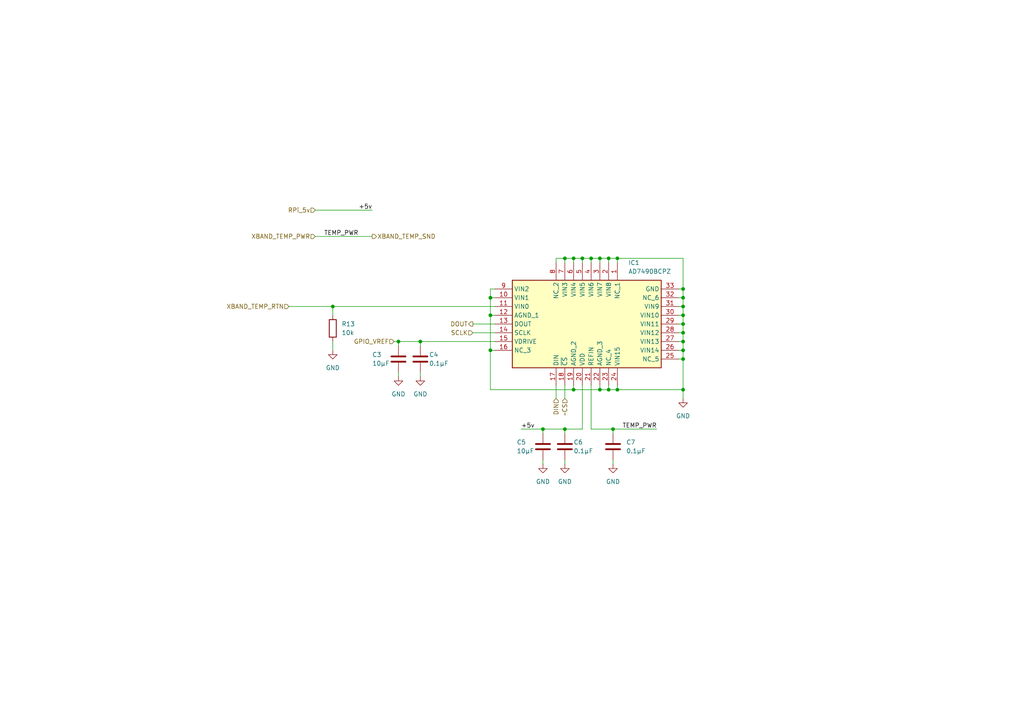
<source format=kicad_sch>
(kicad_sch (version 20230121) (generator eeschema)
  (paper "A4")
  (title_block (title "VERTECS CCB - ADC") (date "2024-05-28") (rev "1.3") (company "Kyushu Institute of Technology") (comment 1 "https://www.analog.com/media/en/technical-documentation/data-sheets/ad7490.pdf") (comment 2 "Datasheet:"))
  (lib_symbols
    (symbol "Device:C" (pin_numbers hide) (pin_names (offset 0.254))
      (property "Reference" "C" (at 0.635 2.54 0))
      (property "Value" "C" (at 0.635 -2.54 0))
      (symbol "C_0_1"
        (polyline (pts (xy -2.032 -0.762) (xy 2.032 -0.762)) (stroke (width 0.508)))
        (polyline (pts (xy -2.032 0.762) (xy 2.032 0.762)) (stroke (width 0.508)))
      )
      (symbol "C_1_1"
        (pin passive line (at 0 3.81 270) (length 2.794) (name "~") (number "1"))
        (pin passive line (at 0 -3.81 90) (length 2.794) (name "~") (number "2"))
      )
    )
    (symbol "Device:R" (pin_numbers hide) (pin_names (offset 0))
      (property "Reference" "R" (at 2.032 0 90))
      (property "Value" "R" (at 0 0 90))
      (symbol "R_0_1"
        (rectangle (start -1.016 -2.54) (end 1.016 2.54) (stroke (width 0.254)))
      )
      (symbol "R_1_1"
        (pin passive line (at 0 3.81 270) (length 1.27) (name "~") (number "1"))
        (pin passive line (at 0 -3.81 90) (length 1.27) (name "~") (number "2"))
      )
    )
    (symbol "VERTECS_CCB_Library:AD7490BCPZ"
      (property "Reference" "IC" (at 31.75 17.78 0))
      (property "Value" "AD7490BCPZ" (at 31.75 15.24 0))
      (symbol "AD7490BCPZ_1_1"
        (rectangle (start 5.08 12.7) (end 30.48 -30.48) (stroke (width 0.254)) (fill (type background)))
        (pin passive line (at 0 0 0) (length 5.08) (name "NC_1") (number "1"))
        (pin passive line (at 10.16 -35.56 90) (length 5.08) (name "VIN1") (number "10"))
        (pin passive line (at 12.7 -35.56 90) (length 5.08) (name "VIN0") (number "11"))
        (pin passive line (at 15.24 -35.56 90) (length 5.08) (name "AGND_1") (number "12"))
        (pin passive line (at 17.78 -35.56 90) (length 5.08) (name "DOUT") (number "13"))
        (pin passive line (at 20.32 -35.56 90) (length 5.08) (name "SCLK") (number "14"))
        (pin passive line (at 22.86 -35.56 90) (length 5.08) (name "VDRIVE") (number "15"))
        (pin passive line (at 25.4 -35.56 90) (length 5.08) (name "NC_3") (number "16"))
        (pin passive line (at 35.56 -17.78 180) (length 5.08) (name "DIN") (number "17"))
        (pin passive line (at 35.56 -15.24 180) (length 5.08) (name "~{CS}") (number "18"))
        (pin passive line (at 35.56 -12.7 180) (length 5.08) (name "AGND_2") (number "19"))
        (pin passive line (at 0 -2.54 0) (length 5.08) (name "VIN8") (number "2"))
        (pin passive line (at 35.56 -10.16 180) (length 5.08) (name "VDD") (number "20"))
        (pin passive line (at 35.56 -7.62 180) (length 5.08) (name "REFIN") (number "21"))
        (pin passive line (at 35.56 -5.08 180) (length 5.08) (name "AGND_3") (number "22"))
        (pin passive line (at 35.56 -2.54 180) (length 5.08) (name "NC_4") (number "23"))
        (pin passive line (at 35.56 0 180) (length 5.08) (name "VIN15") (number "24"))
        (pin passive line (at 27.94 17.78 270) (length 5.08) (name "NC_5") (number "25"))
        (pin passive line (at 25.4 17.78 270) (length 5.08) (name "VIN14") (number "26"))
        (pin passive line (at 22.86 17.78 270) (length 5.08) (name "VIN13") (number "27"))
        (pin passive line (at 20.32 17.78 270) (length 5.08) (name "VIN12") (number "28"))
        (pin passive line (at 17.78 17.78 270) (length 5.08) (name "VIN11") (number "29"))
        (pin passive line (at 0 -5.08 0) (length 5.08) (name "VIN7") (number "3"))
        (pin passive line (at 15.24 17.78 270) (length 5.08) (name "VIN10") (number "30"))
        (pin passive line (at 12.7 17.78 270) (length 5.08) (name "VIN9") (number "31"))
        (pin passive line (at 10.16 17.78 270) (length 5.08) (name "NC_6") (number "32"))
        (pin passive line (at 7.62 17.78 270) (length 5.08) (name "GND") (number "33"))
        (pin passive line (at 0 -7.62 0) (length 5.08) (name "VIN6") (number "4"))
        (pin passive line (at 0 -10.16 0) (length 5.08) (name "VIN5") (number "5"))
        (pin passive line (at 0 -12.7 0) (length 5.08) (name "VIN4") (number "6"))
        (pin passive line (at 0 -15.24 0) (length 5.08) (name "VIN3") (number "7"))
        (pin passive line (at 0 -17.78 0) (length 5.08) (name "NC_2") (number "8"))
        (pin passive line (at 7.62 -35.56 90) (length 5.08) (name "VIN2") (number "9"))
      )
    )
    (symbol "power:GND" (power) (pin_names (offset 0))
      (property "Value" "GND" (at 0 -3.81 0))
      (symbol "GND_0_1"
        (polyline (pts (xy 0 0) (xy 0 -1.27) (xy 1.27 -1.27) (xy 0 -2.54) (xy -1.27 -1.27) (xy 0 -1.27)))
      )
      (symbol "GND_1_1"
        (pin power_in line (at 0 0 270) (length 0) hide (name "GND") (number "1"))
      )
    )
  )
  (junction (at 198.12 93.98))
  (junction (at 166.37 74.93))
  (junction (at 198.12 88.9))
  (junction (at 96.52 88.9))
  (junction (at 173.99 74.93))
  (junction (at 121.92 99.06))
  (junction (at 198.12 83.82))
  (junction (at 171.45 74.93))
  (junction (at 176.53 74.93))
  (junction (at 198.12 96.52))
  (junction (at 142.24 91.44))
  (junction (at 142.24 86.36))
  (junction (at 163.83 124.46))
  (junction (at 198.12 99.06))
  (junction (at 168.91 74.93))
  (junction (at 198.12 86.36))
  (junction (at 163.83 74.93))
  (junction (at 176.53 113.03))
  (junction (at 198.12 91.44))
  (junction (at 166.37 113.03))
  (junction (at 198.12 113.03))
  (junction (at 173.99 113.03))
  (junction (at 177.8 124.46))
  (junction (at 157.48 124.46))
  (junction (at 115.57 99.06))
  (junction (at 198.12 101.6))
  (junction (at 198.12 104.14))
  (junction (at 179.07 113.03))
  (junction (at 179.07 74.93))
  (junction (at 142.24 101.6))
  (wire (pts (xy 179.07 76.2) (xy 179.07 74.93)))
  (wire (pts (xy 179.07 113.03) (xy 176.53 113.03)))
  (wire (pts (xy 161.29 111.76) (xy 161.29 115.57)))
  (wire (pts (xy 115.57 99.06) (xy 115.57 100.33)))
  (wire (pts (xy 179.07 111.76) (xy 179.07 113.03)))
  (wire (pts (xy 173.99 74.93) (xy 171.45 74.93)))
  (wire (pts (xy 166.37 74.93) (xy 163.83 74.93)))
  (wire (pts (xy 142.24 86.36) (xy 142.24 91.44)))
  (wire (pts (xy 157.48 124.46) (xy 157.48 125.73)))
  (wire (pts (xy 163.83 124.46) (xy 163.83 125.73)))
  (wire (pts (xy 142.24 91.44) (xy 142.24 101.6)))
  (wire (pts (xy 137.16 93.98) (xy 143.51 93.98)))
  (wire (pts (xy 196.85 83.82) (xy 198.12 83.82)))
  (wire (pts (xy 176.53 113.03) (xy 173.99 113.03)))
  (wire (pts (xy 115.57 99.06) (xy 121.92 99.06)))
  (wire (pts (xy 121.92 99.06) (xy 121.92 100.33)))
  (wire (pts (xy 163.83 133.35) (xy 163.83 134.62)))
  (wire (pts (xy 157.48 124.46) (xy 163.83 124.46)))
  (wire (pts (xy 177.8 133.35) (xy 177.8 134.62)))
  (wire (pts (xy 96.52 88.9) (xy 96.52 91.44)))
  (wire (pts (xy 173.99 74.93) (xy 173.99 76.2)))
  (wire (pts (xy 171.45 74.93) (xy 168.91 74.93)))
  (wire (pts (xy 176.53 74.93) (xy 173.99 74.93)))
  (wire (pts (xy 198.12 74.93) (xy 198.12 83.82)))
  (wire (pts (xy 196.85 96.52) (xy 198.12 96.52)))
  (wire (pts (xy 171.45 124.46) (xy 177.8 124.46)))
  (wire (pts (xy 96.52 99.06) (xy 96.52 101.6)))
  (wire (pts (xy 196.85 104.14) (xy 198.12 104.14)))
  (wire (pts (xy 157.48 133.35) (xy 157.48 134.62)))
  (wire (pts (xy 166.37 113.03) (xy 166.37 111.76)))
  (wire (pts (xy 196.85 93.98) (xy 198.12 93.98)))
  (wire (pts (xy 163.83 111.76) (xy 163.83 115.57)))
  (wire (pts (xy 91.44 60.96) (xy 107.95 60.96)))
  (wire (pts (xy 177.8 124.46) (xy 190.5 124.46)))
  (wire (pts (xy 198.12 101.6) (xy 198.12 104.14)))
  (wire (pts (xy 179.07 74.93) (xy 176.53 74.93)))
  (wire (pts (xy 196.85 86.36) (xy 198.12 86.36)))
  (wire (pts (xy 166.37 113.03) (xy 142.24 113.03)))
  (wire (pts (xy 151.13 124.46) (xy 157.48 124.46)))
  (wire (pts (xy 166.37 74.93) (xy 166.37 76.2)))
  (wire (pts (xy 142.24 113.03) (xy 142.24 101.6)))
  (wire (pts (xy 163.83 74.93) (xy 161.29 74.93)))
  (wire (pts (xy 176.53 111.76) (xy 176.53 113.03)))
  (wire (pts (xy 168.91 74.93) (xy 166.37 74.93)))
  (wire (pts (xy 179.07 74.93) (xy 198.12 74.93)))
  (wire (pts (xy 198.12 86.36) (xy 198.12 88.9)))
  (wire (pts (xy 198.12 96.52) (xy 198.12 99.06)))
  (wire (pts (xy 196.85 99.06) (xy 198.12 99.06)))
  (wire (pts (xy 161.29 74.93) (xy 161.29 76.2)))
  (wire (pts (xy 96.52 88.9) (xy 143.51 88.9)))
  (wire (pts (xy 198.12 91.44) (xy 198.12 93.98)))
  (wire (pts (xy 137.16 96.52) (xy 143.51 96.52)))
  (wire (pts (xy 198.12 104.14) (xy 198.12 113.03)))
  (wire (pts (xy 198.12 93.98) (xy 198.12 96.52)))
  (wire (pts (xy 168.91 74.93) (xy 168.91 76.2)))
  (wire (pts (xy 163.83 74.93) (xy 163.83 76.2)))
  (wire (pts (xy 142.24 83.82) (xy 142.24 86.36)))
  (wire (pts (xy 142.24 101.6) (xy 143.51 101.6)))
  (wire (pts (xy 143.51 86.36) (xy 142.24 86.36)))
  (wire (pts (xy 173.99 113.03) (xy 173.99 111.76)))
  (wire (pts (xy 168.91 111.76) (xy 168.91 124.46)))
  (wire (pts (xy 173.99 113.03) (xy 166.37 113.03)))
  (wire (pts (xy 198.12 113.03) (xy 198.12 115.57)))
  (wire (pts (xy 115.57 107.95) (xy 115.57 109.22)))
  (wire (pts (xy 196.85 88.9) (xy 198.12 88.9)))
  (wire (pts (xy 196.85 101.6) (xy 198.12 101.6)))
  (wire (pts (xy 163.83 124.46) (xy 168.91 124.46)))
  (wire (pts (xy 198.12 99.06) (xy 198.12 101.6)))
  (wire (pts (xy 114.3 99.06) (xy 115.57 99.06)))
  (wire (pts (xy 171.45 74.93) (xy 171.45 76.2)))
  (wire (pts (xy 198.12 113.03) (xy 179.07 113.03)))
  (wire (pts (xy 177.8 124.46) (xy 177.8 125.73)))
  (wire (pts (xy 121.92 99.06) (xy 143.51 99.06)))
  (wire (pts (xy 198.12 83.82) (xy 198.12 86.36)))
  (wire (pts (xy 171.45 111.76) (xy 171.45 124.46)))
  (wire (pts (xy 121.92 107.95) (xy 121.92 109.22)))
  (wire (pts (xy 83.82 88.9) (xy 96.52 88.9)))
  (wire (pts (xy 143.51 83.82) (xy 142.24 83.82)))
  (wire (pts (xy 143.51 91.44) (xy 142.24 91.44)))
  (wire (pts (xy 176.53 74.93) (xy 176.53 76.2)))
  (wire (pts (xy 196.85 91.44) (xy 198.12 91.44)))
  (wire (pts (xy 91.44 68.58) (xy 107.95 68.58)))
  (wire (pts (xy 198.12 88.9) (xy 198.12 91.44)))
  (label "TEMP_PWR" (at 93.98 68.58 0))
  (label "+5v" (at 151.13 124.46 0))
  (label "+5v" (at 107.95 60.96 180))
  (label "TEMP_PWR" (at 190.5 124.46 180))
  (hierarchical_label "~CS" (shape input) (at 163.83 115.57 270))
  (hierarchical_label "RPi_5v" (shape input) (at 91.44 60.96 180))
  (hierarchical_label "DIN" (shape input) (at 161.29 115.57 270))
  (hierarchical_label "XBAND_TEMP_RTN" (shape input) (at 83.82 88.9 180))
  (hierarchical_label "XBAND_TEMP_PWR" (shape input) (at 91.44 68.58 180))
  (hierarchical_label "GPIO_VREF" (shape input) (at 114.3 99.06 180))
  (hierarchical_label "SCLK" (shape input) (at 137.16 96.52 180))
  (hierarchical_label "DOUT" (shape output) (at 137.16 93.98 180))
  (hierarchical_label "XBAND_TEMP_SND" (shape output) (at 107.95 68.58 0))
  (symbol (lib_id "power:GND") (at 96.52 101.6 0) (unit 1)
    (property "Reference" "#PWR015" (effects hide))
    (property "Value" "GND" (at 96.52 106.68 0))
  )
  (symbol (lib_id "Device:R") (at 96.52 95.25 0) (unit 1)
    (property "Reference" "R13" (at 99.06 93.98 0) (effects (justify left)))
    (property "Value" "10k" (at 99.06 96.52 0) (effects (justify left)))
    (property "Footprint" "Resistor_SMD:R_0402_1005Metric" (effects hide))
    (property "Manufacturer_Name" "KOA" (effects hide))
    (property "Manufacturer_Part_Number" "RK73H1ETTP1002F" (effects hide))
  )
  (symbol (lib_id "Device:C") (at 177.8 129.54 0) (unit 1)
    (property "Reference" "C7" (at 181.61 128.27 0) (effects (justify left)))
    (property "Value" "0.1µF" (at 181.61 130.81 0) (effects (justify left)))
    (property "Footprint" "Resistor_SMD:R_0402_1005Metric" (effects hide))
    (property "Manufacturer_Name" "MURATA" (effects hide))
    (property "Manufacturer_Part_Number" "GRM155B11A104K" (effects hide))
  )
  (symbol (lib_id "Device:C") (at 163.83 129.54 0) (unit 1)
    (property "Reference" "C6" (at 166.37 128.27 0) (effects (justify left)))
    (property "Value" "0.1µF" (at 166.37 130.81 0) (effects (justify left)))
    (property "Footprint" "Resistor_SMD:R_0402_1005Metric" (effects hide))
    (property "Manufacturer_Name" "MURATA" (effects hide))
    (property "Manufacturer_Part_Number" "GRM155B11A104K" (effects hide))
  )
  (symbol (lib_id "Device:C") (at 121.92 104.14 0) (unit 1)
    (property "Reference" "C4" (at 124.46 102.87 0) (effects (justify left)))
    (property "Value" "0.1µF" (at 124.46 105.41 0) (effects (justify left)))
    (property "Footprint" "Resistor_SMD:R_0402_1005Metric" (effects hide))
    (property "Manufacturer_Name" "MURATA" (effects hide))
    (property "Manufacturer_Part_Number" "GRM155B11A104K" (effects hide))
  )
  (symbol (lib_id "power:GND") (at 121.92 109.22 0) (unit 1)
    (property "Reference" "#PWR017" (effects hide))
    (property "Value" "GND" (at 121.92 114.3 0))
  )
  (symbol (lib_id "VERTECS_CCB_Library:AD7490BCPZ") (at 179.07 76.2 270) (unit 1)
    (property "Reference" "IC1" (at 182.2197 76.2 90) (effects (justify left)))
    (property "Value" "AD7490BCPZ" (at 182.2197 78.74 90) (effects (justify left)))
    (property "Footprint" "VERTECS_CCB_Library:AD7490BCPZ" (effects hide))
    (property "Datasheet" "http://www.analog.com/media/en/technical-documentation/data-sheets/AD7490.pdf" (effects hide))
    (property "Height" "0.8" (effects hide))
    (property "Manufacturer_Name" "Analog Devices" (effects hide))
    (property "Manufacturer_Part_Number" "AD7490BCPZ" (effects hide))
    (property "Mouser Part Number" "584-AD7490BCPZ" (effects hide))
    (property "Mouser Price/Stock" "https://www.mouser.com/ProductDetail/Analog-Devices/AD7490BCPZ?qs=NmRFExCfTkH7rXW3Lyr%2F1g%3D%3D" (effects hide))
  )
  (symbol (lib_id "power:GND") (at 157.48 134.62 0) (unit 1)
    (property "Reference" "#PWR019" (effects hide))
    (property "Value" "GND" (at 157.48 139.7 0))
  )
  (symbol (lib_id "Device:C") (at 115.57 104.14 0) (unit 1)
    (property "Reference" "C3" (at 107.95 102.87 0) (effects (justify left)))
    (property "Value" "10µF" (at 107.95 105.41 0) (effects (justify left)))
    (property "Footprint" "Resistor_SMD:R_0402_1005Metric" (effects hide))
    (property "Datasheet" "https://www.mouser.com/datasheet/2/281/1/GRM155R61A106ME11_01A-1983731.pdf" (effects hide))
    (property "Manufacturer_Name" "MURATA" (effects hide))
    (property "Manufacturer_Part_Number" "GRM155R61A106M" (effects hide))
    (property "Mouser Part Number" "81-GRM155R61A106ME1D" (effects hide))
    (property "Mouser Price/Stock" "https://www.mouser.com/ProductDetail/Murata-Electronics/GRM155R61A106ME11D?qs=xZ%2FP%252Ba9zWqZMJSi57Q8OyA%3D%3D" (effects hide))
  )
  (symbol (lib_id "power:GND") (at 198.12 115.57 0) (unit 1)
    (property "Reference" "#PWR018" (effects hide))
    (property "Value" "GND" (at 198.12 120.65 0))
  )
  (symbol (lib_id "power:GND") (at 115.57 109.22 0) (unit 1)
    (property "Reference" "#PWR016" (effects hide))
    (property "Value" "GND" (at 115.57 114.3 0))
  )
  (symbol (lib_id "power:GND") (at 177.8 134.62 0) (unit 1)
    (property "Reference" "#PWR021" (effects hide))
    (property "Value" "GND" (at 177.8 139.7 0))
  )
  (symbol (lib_id "Device:C") (at 157.48 129.54 0) (unit 1)
    (property "Reference" "C5" (at 149.86 128.27 0) (effects (justify left)))
    (property "Value" "10µF" (at 149.86 130.81 0) (effects (justify left)))
    (property "Footprint" "Resistor_SMD:R_0402_1005Metric" (effects hide))
    (property "Datasheet" "https://www.mouser.com/datasheet/2/281/1/GRM155R61A106ME11_01A-1983731.pdf" (effects hide))
    (property "Manufacturer_Name" "MURATA" (effects hide))
    (property "Manufacturer_Part_Number" "GRM155R61A106M" (effects hide))
    (property "Mouser Part Number" "81-GRM155R61A106ME1D" (effects hide))
    (property "Mouser Price/Stock" "https://www.mouser.com/ProductDetail/Murata-Electronics/GRM155R61A106ME11D?qs=xZ%2FP%252Ba9zWqZMJSi57Q8OyA%3D%3D" (effects hide))
  )
  (symbol (lib_id "power:GND") (at 163.83 134.62 0) (unit 1)
    (property "Reference" "#PWR020" (effects hide))
    (property "Value" "GND" (at 163.83 139.7 0))
  )
)
</source>
